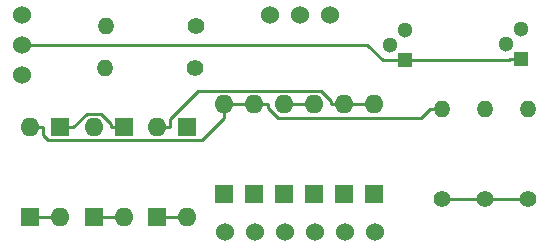
<source format=gbr>
G04 #@! TF.GenerationSoftware,KiCad,Pcbnew,(5.0.0)*
G04 #@! TF.CreationDate,2019-01-17T17:54:46+00:00*
G04 #@! TF.ProjectId,LS06,4C5330362E6B696361645F7063620000,rev?*
G04 #@! TF.SameCoordinates,Original*
G04 #@! TF.FileFunction,Copper,L1,Top,Signal*
G04 #@! TF.FilePolarity,Positive*
%FSLAX46Y46*%
G04 Gerber Fmt 4.6, Leading zero omitted, Abs format (unit mm)*
G04 Created by KiCad (PCBNEW (5.0.0)) date 01/17/19 17:54:46*
%MOMM*%
%LPD*%
G01*
G04 APERTURE LIST*
G04 #@! TA.AperFunction,ComponentPad*
%ADD10O,1.600000X1.600000*%
G04 #@! TD*
G04 #@! TA.AperFunction,ComponentPad*
%ADD11R,1.600000X1.600000*%
G04 #@! TD*
G04 #@! TA.AperFunction,ComponentPad*
%ADD12C,1.524000*%
G04 #@! TD*
G04 #@! TA.AperFunction,ComponentPad*
%ADD13C,1.400000*%
G04 #@! TD*
G04 #@! TA.AperFunction,ComponentPad*
%ADD14O,1.400000X1.400000*%
G04 #@! TD*
G04 #@! TA.AperFunction,ComponentPad*
%ADD15R,1.300000X1.300000*%
G04 #@! TD*
G04 #@! TA.AperFunction,ComponentPad*
%ADD16C,1.300000*%
G04 #@! TD*
G04 #@! TA.AperFunction,Conductor*
%ADD17C,0.250000*%
G04 #@! TD*
G04 APERTURE END LIST*
D10*
G04 #@! TO.P,D1,2*
G04 #@! TO.N,Net-(D1-Pad2)*
X137096000Y-68834000D03*
D11*
G04 #@! TO.P,D1,1*
G04 #@! TO.N,1*
X137096000Y-76454000D03*
G04 #@! TD*
G04 #@! TO.P,D2,1*
G04 #@! TO.N,2*
X139636000Y-76454000D03*
D10*
G04 #@! TO.P,D2,2*
G04 #@! TO.N,Net-(D1-Pad2)*
X139636000Y-68834000D03*
G04 #@! TD*
G04 #@! TO.P,D3,2*
G04 #@! TO.N,Net-(D3-Pad2)*
X142176000Y-68834000D03*
D11*
G04 #@! TO.P,D3,1*
G04 #@! TO.N,3*
X142176000Y-76454000D03*
G04 #@! TD*
G04 #@! TO.P,D4,1*
G04 #@! TO.N,4*
X144716000Y-76454000D03*
D10*
G04 #@! TO.P,D4,2*
G04 #@! TO.N,Net-(D3-Pad2)*
X144716000Y-68834000D03*
G04 #@! TD*
G04 #@! TO.P,D5,2*
G04 #@! TO.N,Net-(D11-Pad2)*
X147256000Y-68834000D03*
D11*
G04 #@! TO.P,D5,1*
G04 #@! TO.N,5*
X147256000Y-76454000D03*
G04 #@! TD*
G04 #@! TO.P,D6,1*
G04 #@! TO.N,6*
X149796000Y-76454000D03*
D10*
G04 #@! TO.P,D6,2*
G04 #@! TO.N,Net-(D11-Pad2)*
X149796000Y-68834000D03*
G04 #@! TD*
G04 #@! TO.P,D7,2*
G04 #@! TO.N,Net-(D1-Pad2)*
X120650000Y-70739000D03*
D11*
G04 #@! TO.P,D7,1*
G04 #@! TO.N,Net-(D7-Pad1)*
X120650000Y-78359000D03*
G04 #@! TD*
G04 #@! TO.P,D8,1*
G04 #@! TO.N,Net-(D10-Pad1)*
X123190000Y-70739000D03*
D10*
G04 #@! TO.P,D8,2*
G04 #@! TO.N,Net-(D7-Pad1)*
X123190000Y-78359000D03*
G04 #@! TD*
G04 #@! TO.P,D9,2*
G04 #@! TO.N,Net-(D3-Pad2)*
X126048000Y-70739000D03*
D11*
G04 #@! TO.P,D9,1*
G04 #@! TO.N,Net-(D10-Pad2)*
X126048000Y-78359000D03*
G04 #@! TD*
G04 #@! TO.P,D10,1*
G04 #@! TO.N,Net-(D10-Pad1)*
X128588000Y-70739000D03*
D10*
G04 #@! TO.P,D10,2*
G04 #@! TO.N,Net-(D10-Pad2)*
X128588000Y-78359000D03*
G04 #@! TD*
G04 #@! TO.P,D11,2*
G04 #@! TO.N,Net-(D11-Pad2)*
X131382000Y-70739000D03*
D11*
G04 #@! TO.P,D11,1*
G04 #@! TO.N,Net-(D11-Pad1)*
X131382000Y-78359000D03*
G04 #@! TD*
G04 #@! TO.P,D12,1*
G04 #@! TO.N,Net-(D12-Pad1)*
X133922000Y-70739000D03*
D10*
G04 #@! TO.P,D12,2*
G04 #@! TO.N,Net-(D11-Pad1)*
X133922000Y-78359000D03*
G04 #@! TD*
D12*
G04 #@! TO.P,J1,21*
G04 #@! TO.N,+6v*
X119963000Y-61225500D03*
G04 #@! TO.P,J1,22*
G04 #@! TO.N,0v*
X119963000Y-63765500D03*
G04 #@! TO.P,J1,23*
G04 #@! TO.N,-6v*
X119963000Y-66305500D03*
G04 #@! TO.P,J1,1*
G04 #@! TO.N,1*
X137108000Y-79640500D03*
G04 #@! TO.P,J1,2*
G04 #@! TO.N,2*
X139648000Y-79640500D03*
G04 #@! TO.P,J1,3*
G04 #@! TO.N,3*
X142188000Y-79640500D03*
G04 #@! TO.P,J1,4*
G04 #@! TO.N,4*
X144728000Y-79640500D03*
G04 #@! TO.P,J1,5*
G04 #@! TO.N,5*
X147268000Y-79640500D03*
G04 #@! TO.P,J1,6*
G04 #@! TO.N,6*
X149808000Y-79640500D03*
G04 #@! TO.P,J1,11*
G04 #@! TO.N,N/C*
X140918000Y-61225500D03*
G04 #@! TO.P,J1,12*
G04 #@! TO.N,12*
X143458000Y-61225500D03*
G04 #@! TO.P,J1,13*
G04 #@! TO.N,13*
X145998000Y-61225500D03*
G04 #@! TD*
D13*
G04 #@! TO.P,R1,1*
G04 #@! TO.N,+6v*
X155512000Y-76835000D03*
D14*
G04 #@! TO.P,R1,2*
G04 #@! TO.N,Net-(D1-Pad2)*
X155512000Y-69215000D03*
G04 #@! TD*
G04 #@! TO.P,R2,2*
G04 #@! TO.N,Net-(D3-Pad2)*
X159194000Y-69215000D03*
D13*
G04 #@! TO.P,R2,1*
G04 #@! TO.N,+6v*
X159194000Y-76835000D03*
G04 #@! TD*
D14*
G04 #@! TO.P,R3,2*
G04 #@! TO.N,Net-(D11-Pad2)*
X162814000Y-69215000D03*
D13*
G04 #@! TO.P,R3,1*
G04 #@! TO.N,+6v*
X162814000Y-76835000D03*
G04 #@! TD*
D14*
G04 #@! TO.P,R4,2*
G04 #@! TO.N,-6v*
X127064000Y-62166500D03*
D13*
G04 #@! TO.P,R4,1*
G04 #@! TO.N,Net-(D10-Pad1)*
X134684000Y-62166500D03*
G04 #@! TD*
G04 #@! TO.P,R5,1*
G04 #@! TO.N,Net-(D12-Pad1)*
X134620000Y-65786000D03*
D14*
G04 #@! TO.P,R5,2*
G04 #@! TO.N,-6v*
X127000000Y-65786000D03*
G04 #@! TD*
D15*
G04 #@! TO.P,VT1,1*
G04 #@! TO.N,0v*
X152400000Y-65087500D03*
D16*
G04 #@! TO.P,VT1,3*
G04 #@! TO.N,12*
X152400000Y-62547500D03*
G04 #@! TO.P,VT1,2*
G04 #@! TO.N,Net-(D10-Pad1)*
X151130000Y-63817500D03*
G04 #@! TD*
G04 #@! TO.P,VT2,2*
G04 #@! TO.N,Net-(D12-Pad1)*
X160972000Y-63754000D03*
G04 #@! TO.P,VT2,3*
G04 #@! TO.N,13*
X162242000Y-62484000D03*
D15*
G04 #@! TO.P,VT2,1*
G04 #@! TO.N,0v*
X162242000Y-65024000D03*
G04 #@! TD*
D17*
G04 #@! TO.N,Net-(D1-Pad2)*
X137096000Y-68834000D02*
X137096000Y-69959300D01*
X137096000Y-69959300D02*
X135191000Y-71864300D01*
X135191000Y-71864300D02*
X122197200Y-71864300D01*
X122197200Y-71864300D02*
X121775300Y-71442400D01*
X121775300Y-71442400D02*
X121775300Y-70739000D01*
X139636000Y-68834000D02*
X137096000Y-68834000D01*
X120650000Y-70739000D02*
X121775300Y-70739000D01*
X139636000Y-68834000D02*
X140761300Y-68834000D01*
X155512000Y-69215000D02*
X154486700Y-69215000D01*
X154486700Y-69215000D02*
X153742400Y-69959300D01*
X153742400Y-69959300D02*
X141605200Y-69959300D01*
X141605200Y-69959300D02*
X140761300Y-69115400D01*
X140761300Y-69115400D02*
X140761300Y-68834000D01*
G04 #@! TO.N,Net-(D3-Pad2)*
X144716000Y-68834000D02*
X142176000Y-68834000D01*
G04 #@! TO.N,Net-(D11-Pad2)*
X147256000Y-68834000D02*
X146130700Y-68834000D01*
X131382000Y-70739000D02*
X132507300Y-70739000D01*
X132507300Y-70739000D02*
X132507300Y-70035700D01*
X132507300Y-70035700D02*
X134834300Y-67708700D01*
X134834300Y-67708700D02*
X145286800Y-67708700D01*
X145286800Y-67708700D02*
X146130700Y-68552600D01*
X146130700Y-68552600D02*
X146130700Y-68834000D01*
X149796000Y-68834000D02*
X147256000Y-68834000D01*
G04 #@! TO.N,Net-(D7-Pad1)*
X123190000Y-78359000D02*
X120650000Y-78359000D01*
G04 #@! TO.N,Net-(D10-Pad1)*
X123190000Y-70739000D02*
X124315300Y-70739000D01*
X128588000Y-70739000D02*
X127462700Y-70739000D01*
X127462700Y-70739000D02*
X127462700Y-70457700D01*
X127462700Y-70457700D02*
X126618700Y-69613700D01*
X126618700Y-69613700D02*
X125440600Y-69613700D01*
X125440600Y-69613700D02*
X124315300Y-70739000D01*
G04 #@! TO.N,Net-(D10-Pad2)*
X128588000Y-78359000D02*
X126048000Y-78359000D01*
G04 #@! TO.N,Net-(D11-Pad1)*
X133922000Y-78359000D02*
X131382000Y-78359000D01*
G04 #@! TO.N,+6v*
X159194000Y-76835000D02*
X155512000Y-76835000D01*
X162814000Y-76835000D02*
X159194000Y-76835000D01*
G04 #@! TO.N,0v*
X152400000Y-65087500D02*
X150481500Y-65087500D01*
X150481500Y-65087500D02*
X149159500Y-63765500D01*
X149159500Y-63765500D02*
X119963000Y-63765500D01*
X161266700Y-65024000D02*
X161203200Y-65087500D01*
X161203200Y-65087500D02*
X152400000Y-65087500D01*
X162242000Y-65024000D02*
X161266700Y-65024000D01*
G04 #@! TD*
M02*

</source>
